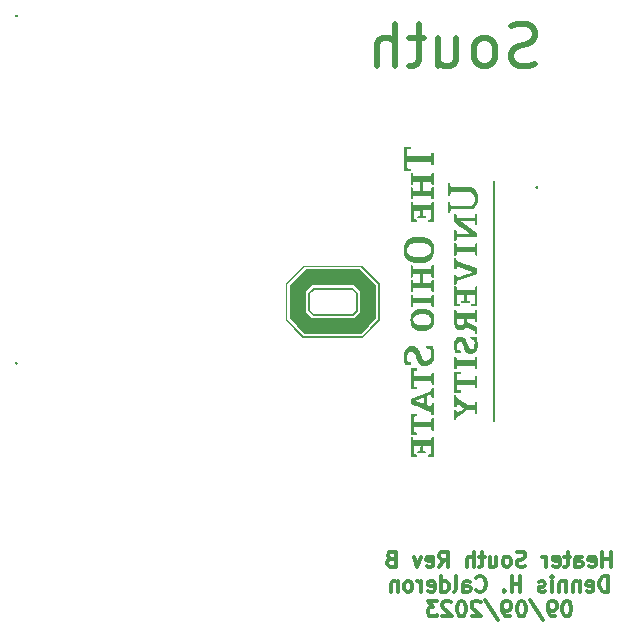
<source format=gbr>
%TF.GenerationSoftware,KiCad,Pcbnew,7.0.7*%
%TF.CreationDate,2023-09-12T23:11:04-05:00*%
%TF.ProjectId,Heater_South,48656174-6572-45f5-936f-7574682e6b69,rev?*%
%TF.SameCoordinates,Original*%
%TF.FileFunction,Legend,Bot*%
%TF.FilePolarity,Positive*%
%FSLAX46Y46*%
G04 Gerber Fmt 4.6, Leading zero omitted, Abs format (unit mm)*
G04 Created by KiCad (PCBNEW 7.0.7) date 2023-09-12 23:11:04*
%MOMM*%
%LPD*%
G01*
G04 APERTURE LIST*
%ADD10C,0.254000*%
%ADD11C,0.500000*%
%ADD12C,0.300000*%
G04 APERTURE END LIST*
D10*
X92600001Y-80150000D02*
G75*
G03*
X92600001Y-80150000I-1J0D01*
G01*
X92610001Y-50750000D02*
G75*
G03*
X92610001Y-50750000I-1J0D01*
G01*
X136652000Y-65278000D02*
G75*
G03*
X136652000Y-65278000I-1J0D01*
G01*
D11*
X136479772Y-54794001D02*
X135979772Y-54960667D01*
X135979772Y-54960667D02*
X135146439Y-54960667D01*
X135146439Y-54960667D02*
X134813105Y-54794001D01*
X134813105Y-54794001D02*
X134646439Y-54627334D01*
X134646439Y-54627334D02*
X134479772Y-54294001D01*
X134479772Y-54294001D02*
X134479772Y-53960667D01*
X134479772Y-53960667D02*
X134646439Y-53627334D01*
X134646439Y-53627334D02*
X134813105Y-53460667D01*
X134813105Y-53460667D02*
X135146439Y-53294001D01*
X135146439Y-53294001D02*
X135813105Y-53127334D01*
X135813105Y-53127334D02*
X136146439Y-52960667D01*
X136146439Y-52960667D02*
X136313105Y-52794001D01*
X136313105Y-52794001D02*
X136479772Y-52460667D01*
X136479772Y-52460667D02*
X136479772Y-52127334D01*
X136479772Y-52127334D02*
X136313105Y-51794001D01*
X136313105Y-51794001D02*
X136146439Y-51627334D01*
X136146439Y-51627334D02*
X135813105Y-51460667D01*
X135813105Y-51460667D02*
X134979772Y-51460667D01*
X134979772Y-51460667D02*
X134479772Y-51627334D01*
X132479772Y-54960667D02*
X132813106Y-54794001D01*
X132813106Y-54794001D02*
X132979772Y-54627334D01*
X132979772Y-54627334D02*
X133146439Y-54294001D01*
X133146439Y-54294001D02*
X133146439Y-53294001D01*
X133146439Y-53294001D02*
X132979772Y-52960667D01*
X132979772Y-52960667D02*
X132813106Y-52794001D01*
X132813106Y-52794001D02*
X132479772Y-52627334D01*
X132479772Y-52627334D02*
X131979772Y-52627334D01*
X131979772Y-52627334D02*
X131646439Y-52794001D01*
X131646439Y-52794001D02*
X131479772Y-52960667D01*
X131479772Y-52960667D02*
X131313106Y-53294001D01*
X131313106Y-53294001D02*
X131313106Y-54294001D01*
X131313106Y-54294001D02*
X131479772Y-54627334D01*
X131479772Y-54627334D02*
X131646439Y-54794001D01*
X131646439Y-54794001D02*
X131979772Y-54960667D01*
X131979772Y-54960667D02*
X132479772Y-54960667D01*
X128313105Y-52627334D02*
X128313105Y-54960667D01*
X129813105Y-52627334D02*
X129813105Y-54460667D01*
X129813105Y-54460667D02*
X129646439Y-54794001D01*
X129646439Y-54794001D02*
X129313105Y-54960667D01*
X129313105Y-54960667D02*
X128813105Y-54960667D01*
X128813105Y-54960667D02*
X128479772Y-54794001D01*
X128479772Y-54794001D02*
X128313105Y-54627334D01*
X127146438Y-52627334D02*
X125813105Y-52627334D01*
X126646438Y-51460667D02*
X126646438Y-54460667D01*
X126646438Y-54460667D02*
X126479772Y-54794001D01*
X126479772Y-54794001D02*
X126146438Y-54960667D01*
X126146438Y-54960667D02*
X125813105Y-54960667D01*
X124646438Y-54960667D02*
X124646438Y-51460667D01*
X123146438Y-54960667D02*
X123146438Y-53127334D01*
X123146438Y-53127334D02*
X123313105Y-52794001D01*
X123313105Y-52794001D02*
X123646438Y-52627334D01*
X123646438Y-52627334D02*
X124146438Y-52627334D01*
X124146438Y-52627334D02*
X124479772Y-52794001D01*
X124479772Y-52794001D02*
X124646438Y-52960667D01*
D12*
X142940475Y-97392804D02*
X142940475Y-96092804D01*
X142940475Y-96711852D02*
X142197618Y-96711852D01*
X142197618Y-97392804D02*
X142197618Y-96092804D01*
X141083332Y-97330900D02*
X141207141Y-97392804D01*
X141207141Y-97392804D02*
X141454760Y-97392804D01*
X141454760Y-97392804D02*
X141578570Y-97330900D01*
X141578570Y-97330900D02*
X141640474Y-97207090D01*
X141640474Y-97207090D02*
X141640474Y-96711852D01*
X141640474Y-96711852D02*
X141578570Y-96588042D01*
X141578570Y-96588042D02*
X141454760Y-96526138D01*
X141454760Y-96526138D02*
X141207141Y-96526138D01*
X141207141Y-96526138D02*
X141083332Y-96588042D01*
X141083332Y-96588042D02*
X141021427Y-96711852D01*
X141021427Y-96711852D02*
X141021427Y-96835661D01*
X141021427Y-96835661D02*
X141640474Y-96959471D01*
X139907141Y-97392804D02*
X139907141Y-96711852D01*
X139907141Y-96711852D02*
X139969046Y-96588042D01*
X139969046Y-96588042D02*
X140092855Y-96526138D01*
X140092855Y-96526138D02*
X140340474Y-96526138D01*
X140340474Y-96526138D02*
X140464284Y-96588042D01*
X139907141Y-97330900D02*
X140030950Y-97392804D01*
X140030950Y-97392804D02*
X140340474Y-97392804D01*
X140340474Y-97392804D02*
X140464284Y-97330900D01*
X140464284Y-97330900D02*
X140526188Y-97207090D01*
X140526188Y-97207090D02*
X140526188Y-97083280D01*
X140526188Y-97083280D02*
X140464284Y-96959471D01*
X140464284Y-96959471D02*
X140340474Y-96897566D01*
X140340474Y-96897566D02*
X140030950Y-96897566D01*
X140030950Y-96897566D02*
X139907141Y-96835661D01*
X139473808Y-96526138D02*
X138978570Y-96526138D01*
X139288094Y-96092804D02*
X139288094Y-97207090D01*
X139288094Y-97207090D02*
X139226189Y-97330900D01*
X139226189Y-97330900D02*
X139102379Y-97392804D01*
X139102379Y-97392804D02*
X138978570Y-97392804D01*
X138049999Y-97330900D02*
X138173808Y-97392804D01*
X138173808Y-97392804D02*
X138421427Y-97392804D01*
X138421427Y-97392804D02*
X138545237Y-97330900D01*
X138545237Y-97330900D02*
X138607141Y-97207090D01*
X138607141Y-97207090D02*
X138607141Y-96711852D01*
X138607141Y-96711852D02*
X138545237Y-96588042D01*
X138545237Y-96588042D02*
X138421427Y-96526138D01*
X138421427Y-96526138D02*
X138173808Y-96526138D01*
X138173808Y-96526138D02*
X138049999Y-96588042D01*
X138049999Y-96588042D02*
X137988094Y-96711852D01*
X137988094Y-96711852D02*
X137988094Y-96835661D01*
X137988094Y-96835661D02*
X138607141Y-96959471D01*
X137430951Y-97392804D02*
X137430951Y-96526138D01*
X137430951Y-96773757D02*
X137369046Y-96649947D01*
X137369046Y-96649947D02*
X137307141Y-96588042D01*
X137307141Y-96588042D02*
X137183332Y-96526138D01*
X137183332Y-96526138D02*
X137059522Y-96526138D01*
X135697617Y-97330900D02*
X135511903Y-97392804D01*
X135511903Y-97392804D02*
X135202379Y-97392804D01*
X135202379Y-97392804D02*
X135078570Y-97330900D01*
X135078570Y-97330900D02*
X135016665Y-97268995D01*
X135016665Y-97268995D02*
X134954760Y-97145185D01*
X134954760Y-97145185D02*
X134954760Y-97021376D01*
X134954760Y-97021376D02*
X135016665Y-96897566D01*
X135016665Y-96897566D02*
X135078570Y-96835661D01*
X135078570Y-96835661D02*
X135202379Y-96773757D01*
X135202379Y-96773757D02*
X135449998Y-96711852D01*
X135449998Y-96711852D02*
X135573808Y-96649947D01*
X135573808Y-96649947D02*
X135635713Y-96588042D01*
X135635713Y-96588042D02*
X135697617Y-96464233D01*
X135697617Y-96464233D02*
X135697617Y-96340423D01*
X135697617Y-96340423D02*
X135635713Y-96216614D01*
X135635713Y-96216614D02*
X135573808Y-96154709D01*
X135573808Y-96154709D02*
X135449998Y-96092804D01*
X135449998Y-96092804D02*
X135140475Y-96092804D01*
X135140475Y-96092804D02*
X134954760Y-96154709D01*
X134211903Y-97392804D02*
X134335713Y-97330900D01*
X134335713Y-97330900D02*
X134397618Y-97268995D01*
X134397618Y-97268995D02*
X134459522Y-97145185D01*
X134459522Y-97145185D02*
X134459522Y-96773757D01*
X134459522Y-96773757D02*
X134397618Y-96649947D01*
X134397618Y-96649947D02*
X134335713Y-96588042D01*
X134335713Y-96588042D02*
X134211903Y-96526138D01*
X134211903Y-96526138D02*
X134026189Y-96526138D01*
X134026189Y-96526138D02*
X133902380Y-96588042D01*
X133902380Y-96588042D02*
X133840475Y-96649947D01*
X133840475Y-96649947D02*
X133778570Y-96773757D01*
X133778570Y-96773757D02*
X133778570Y-97145185D01*
X133778570Y-97145185D02*
X133840475Y-97268995D01*
X133840475Y-97268995D02*
X133902380Y-97330900D01*
X133902380Y-97330900D02*
X134026189Y-97392804D01*
X134026189Y-97392804D02*
X134211903Y-97392804D01*
X132664285Y-96526138D02*
X132664285Y-97392804D01*
X133221428Y-96526138D02*
X133221428Y-97207090D01*
X133221428Y-97207090D02*
X133159523Y-97330900D01*
X133159523Y-97330900D02*
X133035713Y-97392804D01*
X133035713Y-97392804D02*
X132849999Y-97392804D01*
X132849999Y-97392804D02*
X132726190Y-97330900D01*
X132726190Y-97330900D02*
X132664285Y-97268995D01*
X132230952Y-96526138D02*
X131735714Y-96526138D01*
X132045238Y-96092804D02*
X132045238Y-97207090D01*
X132045238Y-97207090D02*
X131983333Y-97330900D01*
X131983333Y-97330900D02*
X131859523Y-97392804D01*
X131859523Y-97392804D02*
X131735714Y-97392804D01*
X131302381Y-97392804D02*
X131302381Y-96092804D01*
X130745238Y-97392804D02*
X130745238Y-96711852D01*
X130745238Y-96711852D02*
X130807143Y-96588042D01*
X130807143Y-96588042D02*
X130930952Y-96526138D01*
X130930952Y-96526138D02*
X131116666Y-96526138D01*
X131116666Y-96526138D02*
X131240476Y-96588042D01*
X131240476Y-96588042D02*
X131302381Y-96649947D01*
X128392858Y-97392804D02*
X128826191Y-96773757D01*
X129135715Y-97392804D02*
X129135715Y-96092804D01*
X129135715Y-96092804D02*
X128640477Y-96092804D01*
X128640477Y-96092804D02*
X128516667Y-96154709D01*
X128516667Y-96154709D02*
X128454762Y-96216614D01*
X128454762Y-96216614D02*
X128392858Y-96340423D01*
X128392858Y-96340423D02*
X128392858Y-96526138D01*
X128392858Y-96526138D02*
X128454762Y-96649947D01*
X128454762Y-96649947D02*
X128516667Y-96711852D01*
X128516667Y-96711852D02*
X128640477Y-96773757D01*
X128640477Y-96773757D02*
X129135715Y-96773757D01*
X127340477Y-97330900D02*
X127464286Y-97392804D01*
X127464286Y-97392804D02*
X127711905Y-97392804D01*
X127711905Y-97392804D02*
X127835715Y-97330900D01*
X127835715Y-97330900D02*
X127897619Y-97207090D01*
X127897619Y-97207090D02*
X127897619Y-96711852D01*
X127897619Y-96711852D02*
X127835715Y-96588042D01*
X127835715Y-96588042D02*
X127711905Y-96526138D01*
X127711905Y-96526138D02*
X127464286Y-96526138D01*
X127464286Y-96526138D02*
X127340477Y-96588042D01*
X127340477Y-96588042D02*
X127278572Y-96711852D01*
X127278572Y-96711852D02*
X127278572Y-96835661D01*
X127278572Y-96835661D02*
X127897619Y-96959471D01*
X126845238Y-96526138D02*
X126535714Y-97392804D01*
X126535714Y-97392804D02*
X126226191Y-96526138D01*
X124307143Y-96711852D02*
X124121429Y-96773757D01*
X124121429Y-96773757D02*
X124059524Y-96835661D01*
X124059524Y-96835661D02*
X123997620Y-96959471D01*
X123997620Y-96959471D02*
X123997620Y-97145185D01*
X123997620Y-97145185D02*
X124059524Y-97268995D01*
X124059524Y-97268995D02*
X124121429Y-97330900D01*
X124121429Y-97330900D02*
X124245239Y-97392804D01*
X124245239Y-97392804D02*
X124740477Y-97392804D01*
X124740477Y-97392804D02*
X124740477Y-96092804D01*
X124740477Y-96092804D02*
X124307143Y-96092804D01*
X124307143Y-96092804D02*
X124183334Y-96154709D01*
X124183334Y-96154709D02*
X124121429Y-96216614D01*
X124121429Y-96216614D02*
X124059524Y-96340423D01*
X124059524Y-96340423D02*
X124059524Y-96464233D01*
X124059524Y-96464233D02*
X124121429Y-96588042D01*
X124121429Y-96588042D02*
X124183334Y-96649947D01*
X124183334Y-96649947D02*
X124307143Y-96711852D01*
X124307143Y-96711852D02*
X124740477Y-96711852D01*
X142692856Y-99485804D02*
X142692856Y-98185804D01*
X142692856Y-98185804D02*
X142383332Y-98185804D01*
X142383332Y-98185804D02*
X142197618Y-98247709D01*
X142197618Y-98247709D02*
X142073808Y-98371519D01*
X142073808Y-98371519D02*
X142011903Y-98495328D01*
X142011903Y-98495328D02*
X141949999Y-98742947D01*
X141949999Y-98742947D02*
X141949999Y-98928661D01*
X141949999Y-98928661D02*
X142011903Y-99176280D01*
X142011903Y-99176280D02*
X142073808Y-99300090D01*
X142073808Y-99300090D02*
X142197618Y-99423900D01*
X142197618Y-99423900D02*
X142383332Y-99485804D01*
X142383332Y-99485804D02*
X142692856Y-99485804D01*
X140897618Y-99423900D02*
X141021427Y-99485804D01*
X141021427Y-99485804D02*
X141269046Y-99485804D01*
X141269046Y-99485804D02*
X141392856Y-99423900D01*
X141392856Y-99423900D02*
X141454760Y-99300090D01*
X141454760Y-99300090D02*
X141454760Y-98804852D01*
X141454760Y-98804852D02*
X141392856Y-98681042D01*
X141392856Y-98681042D02*
X141269046Y-98619138D01*
X141269046Y-98619138D02*
X141021427Y-98619138D01*
X141021427Y-98619138D02*
X140897618Y-98681042D01*
X140897618Y-98681042D02*
X140835713Y-98804852D01*
X140835713Y-98804852D02*
X140835713Y-98928661D01*
X140835713Y-98928661D02*
X141454760Y-99052471D01*
X140278570Y-98619138D02*
X140278570Y-99485804D01*
X140278570Y-98742947D02*
X140216665Y-98681042D01*
X140216665Y-98681042D02*
X140092855Y-98619138D01*
X140092855Y-98619138D02*
X139907141Y-98619138D01*
X139907141Y-98619138D02*
X139783332Y-98681042D01*
X139783332Y-98681042D02*
X139721427Y-98804852D01*
X139721427Y-98804852D02*
X139721427Y-99485804D01*
X139102380Y-98619138D02*
X139102380Y-99485804D01*
X139102380Y-98742947D02*
X139040475Y-98681042D01*
X139040475Y-98681042D02*
X138916665Y-98619138D01*
X138916665Y-98619138D02*
X138730951Y-98619138D01*
X138730951Y-98619138D02*
X138607142Y-98681042D01*
X138607142Y-98681042D02*
X138545237Y-98804852D01*
X138545237Y-98804852D02*
X138545237Y-99485804D01*
X137926190Y-99485804D02*
X137926190Y-98619138D01*
X137926190Y-98185804D02*
X137988094Y-98247709D01*
X137988094Y-98247709D02*
X137926190Y-98309614D01*
X137926190Y-98309614D02*
X137864285Y-98247709D01*
X137864285Y-98247709D02*
X137926190Y-98185804D01*
X137926190Y-98185804D02*
X137926190Y-98309614D01*
X137369046Y-99423900D02*
X137245237Y-99485804D01*
X137245237Y-99485804D02*
X136997618Y-99485804D01*
X136997618Y-99485804D02*
X136873808Y-99423900D01*
X136873808Y-99423900D02*
X136811904Y-99300090D01*
X136811904Y-99300090D02*
X136811904Y-99238185D01*
X136811904Y-99238185D02*
X136873808Y-99114376D01*
X136873808Y-99114376D02*
X136997618Y-99052471D01*
X136997618Y-99052471D02*
X137183332Y-99052471D01*
X137183332Y-99052471D02*
X137307142Y-98990566D01*
X137307142Y-98990566D02*
X137369046Y-98866757D01*
X137369046Y-98866757D02*
X137369046Y-98804852D01*
X137369046Y-98804852D02*
X137307142Y-98681042D01*
X137307142Y-98681042D02*
X137183332Y-98619138D01*
X137183332Y-98619138D02*
X136997618Y-98619138D01*
X136997618Y-98619138D02*
X136873808Y-98681042D01*
X135264285Y-99485804D02*
X135264285Y-98185804D01*
X135264285Y-98804852D02*
X134521428Y-98804852D01*
X134521428Y-99485804D02*
X134521428Y-98185804D01*
X133902380Y-99361995D02*
X133840475Y-99423900D01*
X133840475Y-99423900D02*
X133902380Y-99485804D01*
X133902380Y-99485804D02*
X133964284Y-99423900D01*
X133964284Y-99423900D02*
X133902380Y-99361995D01*
X133902380Y-99361995D02*
X133902380Y-99485804D01*
X131549999Y-99361995D02*
X131611903Y-99423900D01*
X131611903Y-99423900D02*
X131797618Y-99485804D01*
X131797618Y-99485804D02*
X131921427Y-99485804D01*
X131921427Y-99485804D02*
X132107141Y-99423900D01*
X132107141Y-99423900D02*
X132230951Y-99300090D01*
X132230951Y-99300090D02*
X132292856Y-99176280D01*
X132292856Y-99176280D02*
X132354760Y-98928661D01*
X132354760Y-98928661D02*
X132354760Y-98742947D01*
X132354760Y-98742947D02*
X132292856Y-98495328D01*
X132292856Y-98495328D02*
X132230951Y-98371519D01*
X132230951Y-98371519D02*
X132107141Y-98247709D01*
X132107141Y-98247709D02*
X131921427Y-98185804D01*
X131921427Y-98185804D02*
X131797618Y-98185804D01*
X131797618Y-98185804D02*
X131611903Y-98247709D01*
X131611903Y-98247709D02*
X131549999Y-98309614D01*
X130435713Y-99485804D02*
X130435713Y-98804852D01*
X130435713Y-98804852D02*
X130497618Y-98681042D01*
X130497618Y-98681042D02*
X130621427Y-98619138D01*
X130621427Y-98619138D02*
X130869046Y-98619138D01*
X130869046Y-98619138D02*
X130992856Y-98681042D01*
X130435713Y-99423900D02*
X130559522Y-99485804D01*
X130559522Y-99485804D02*
X130869046Y-99485804D01*
X130869046Y-99485804D02*
X130992856Y-99423900D01*
X130992856Y-99423900D02*
X131054760Y-99300090D01*
X131054760Y-99300090D02*
X131054760Y-99176280D01*
X131054760Y-99176280D02*
X130992856Y-99052471D01*
X130992856Y-99052471D02*
X130869046Y-98990566D01*
X130869046Y-98990566D02*
X130559522Y-98990566D01*
X130559522Y-98990566D02*
X130435713Y-98928661D01*
X129630951Y-99485804D02*
X129754761Y-99423900D01*
X129754761Y-99423900D02*
X129816666Y-99300090D01*
X129816666Y-99300090D02*
X129816666Y-98185804D01*
X128578571Y-99485804D02*
X128578571Y-98185804D01*
X128578571Y-99423900D02*
X128702380Y-99485804D01*
X128702380Y-99485804D02*
X128949999Y-99485804D01*
X128949999Y-99485804D02*
X129073809Y-99423900D01*
X129073809Y-99423900D02*
X129135714Y-99361995D01*
X129135714Y-99361995D02*
X129197618Y-99238185D01*
X129197618Y-99238185D02*
X129197618Y-98866757D01*
X129197618Y-98866757D02*
X129135714Y-98742947D01*
X129135714Y-98742947D02*
X129073809Y-98681042D01*
X129073809Y-98681042D02*
X128949999Y-98619138D01*
X128949999Y-98619138D02*
X128702380Y-98619138D01*
X128702380Y-98619138D02*
X128578571Y-98681042D01*
X127464286Y-99423900D02*
X127588095Y-99485804D01*
X127588095Y-99485804D02*
X127835714Y-99485804D01*
X127835714Y-99485804D02*
X127959524Y-99423900D01*
X127959524Y-99423900D02*
X128021428Y-99300090D01*
X128021428Y-99300090D02*
X128021428Y-98804852D01*
X128021428Y-98804852D02*
X127959524Y-98681042D01*
X127959524Y-98681042D02*
X127835714Y-98619138D01*
X127835714Y-98619138D02*
X127588095Y-98619138D01*
X127588095Y-98619138D02*
X127464286Y-98681042D01*
X127464286Y-98681042D02*
X127402381Y-98804852D01*
X127402381Y-98804852D02*
X127402381Y-98928661D01*
X127402381Y-98928661D02*
X128021428Y-99052471D01*
X126845238Y-99485804D02*
X126845238Y-98619138D01*
X126845238Y-98866757D02*
X126783333Y-98742947D01*
X126783333Y-98742947D02*
X126721428Y-98681042D01*
X126721428Y-98681042D02*
X126597619Y-98619138D01*
X126597619Y-98619138D02*
X126473809Y-98619138D01*
X125854761Y-99485804D02*
X125978571Y-99423900D01*
X125978571Y-99423900D02*
X126040476Y-99361995D01*
X126040476Y-99361995D02*
X126102380Y-99238185D01*
X126102380Y-99238185D02*
X126102380Y-98866757D01*
X126102380Y-98866757D02*
X126040476Y-98742947D01*
X126040476Y-98742947D02*
X125978571Y-98681042D01*
X125978571Y-98681042D02*
X125854761Y-98619138D01*
X125854761Y-98619138D02*
X125669047Y-98619138D01*
X125669047Y-98619138D02*
X125545238Y-98681042D01*
X125545238Y-98681042D02*
X125483333Y-98742947D01*
X125483333Y-98742947D02*
X125421428Y-98866757D01*
X125421428Y-98866757D02*
X125421428Y-99238185D01*
X125421428Y-99238185D02*
X125483333Y-99361995D01*
X125483333Y-99361995D02*
X125545238Y-99423900D01*
X125545238Y-99423900D02*
X125669047Y-99485804D01*
X125669047Y-99485804D02*
X125854761Y-99485804D01*
X124864286Y-98619138D02*
X124864286Y-99485804D01*
X124864286Y-98742947D02*
X124802381Y-98681042D01*
X124802381Y-98681042D02*
X124678571Y-98619138D01*
X124678571Y-98619138D02*
X124492857Y-98619138D01*
X124492857Y-98619138D02*
X124369048Y-98681042D01*
X124369048Y-98681042D02*
X124307143Y-98804852D01*
X124307143Y-98804852D02*
X124307143Y-99485804D01*
X139257142Y-100278804D02*
X139133332Y-100278804D01*
X139133332Y-100278804D02*
X139009523Y-100340709D01*
X139009523Y-100340709D02*
X138947618Y-100402614D01*
X138947618Y-100402614D02*
X138885713Y-100526423D01*
X138885713Y-100526423D02*
X138823808Y-100774042D01*
X138823808Y-100774042D02*
X138823808Y-101083566D01*
X138823808Y-101083566D02*
X138885713Y-101331185D01*
X138885713Y-101331185D02*
X138947618Y-101454995D01*
X138947618Y-101454995D02*
X139009523Y-101516900D01*
X139009523Y-101516900D02*
X139133332Y-101578804D01*
X139133332Y-101578804D02*
X139257142Y-101578804D01*
X139257142Y-101578804D02*
X139380951Y-101516900D01*
X139380951Y-101516900D02*
X139442856Y-101454995D01*
X139442856Y-101454995D02*
X139504761Y-101331185D01*
X139504761Y-101331185D02*
X139566665Y-101083566D01*
X139566665Y-101083566D02*
X139566665Y-100774042D01*
X139566665Y-100774042D02*
X139504761Y-100526423D01*
X139504761Y-100526423D02*
X139442856Y-100402614D01*
X139442856Y-100402614D02*
X139380951Y-100340709D01*
X139380951Y-100340709D02*
X139257142Y-100278804D01*
X138204761Y-101578804D02*
X137957142Y-101578804D01*
X137957142Y-101578804D02*
X137833332Y-101516900D01*
X137833332Y-101516900D02*
X137771428Y-101454995D01*
X137771428Y-101454995D02*
X137647618Y-101269280D01*
X137647618Y-101269280D02*
X137585713Y-101021661D01*
X137585713Y-101021661D02*
X137585713Y-100526423D01*
X137585713Y-100526423D02*
X137647618Y-100402614D01*
X137647618Y-100402614D02*
X137709523Y-100340709D01*
X137709523Y-100340709D02*
X137833332Y-100278804D01*
X137833332Y-100278804D02*
X138080951Y-100278804D01*
X138080951Y-100278804D02*
X138204761Y-100340709D01*
X138204761Y-100340709D02*
X138266666Y-100402614D01*
X138266666Y-100402614D02*
X138328570Y-100526423D01*
X138328570Y-100526423D02*
X138328570Y-100835947D01*
X138328570Y-100835947D02*
X138266666Y-100959757D01*
X138266666Y-100959757D02*
X138204761Y-101021661D01*
X138204761Y-101021661D02*
X138080951Y-101083566D01*
X138080951Y-101083566D02*
X137833332Y-101083566D01*
X137833332Y-101083566D02*
X137709523Y-101021661D01*
X137709523Y-101021661D02*
X137647618Y-100959757D01*
X137647618Y-100959757D02*
X137585713Y-100835947D01*
X136099999Y-100216900D02*
X137214285Y-101888328D01*
X135419047Y-100278804D02*
X135295237Y-100278804D01*
X135295237Y-100278804D02*
X135171428Y-100340709D01*
X135171428Y-100340709D02*
X135109523Y-100402614D01*
X135109523Y-100402614D02*
X135047618Y-100526423D01*
X135047618Y-100526423D02*
X134985713Y-100774042D01*
X134985713Y-100774042D02*
X134985713Y-101083566D01*
X134985713Y-101083566D02*
X135047618Y-101331185D01*
X135047618Y-101331185D02*
X135109523Y-101454995D01*
X135109523Y-101454995D02*
X135171428Y-101516900D01*
X135171428Y-101516900D02*
X135295237Y-101578804D01*
X135295237Y-101578804D02*
X135419047Y-101578804D01*
X135419047Y-101578804D02*
X135542856Y-101516900D01*
X135542856Y-101516900D02*
X135604761Y-101454995D01*
X135604761Y-101454995D02*
X135666666Y-101331185D01*
X135666666Y-101331185D02*
X135728570Y-101083566D01*
X135728570Y-101083566D02*
X135728570Y-100774042D01*
X135728570Y-100774042D02*
X135666666Y-100526423D01*
X135666666Y-100526423D02*
X135604761Y-100402614D01*
X135604761Y-100402614D02*
X135542856Y-100340709D01*
X135542856Y-100340709D02*
X135419047Y-100278804D01*
X134366666Y-101578804D02*
X134119047Y-101578804D01*
X134119047Y-101578804D02*
X133995237Y-101516900D01*
X133995237Y-101516900D02*
X133933333Y-101454995D01*
X133933333Y-101454995D02*
X133809523Y-101269280D01*
X133809523Y-101269280D02*
X133747618Y-101021661D01*
X133747618Y-101021661D02*
X133747618Y-100526423D01*
X133747618Y-100526423D02*
X133809523Y-100402614D01*
X133809523Y-100402614D02*
X133871428Y-100340709D01*
X133871428Y-100340709D02*
X133995237Y-100278804D01*
X133995237Y-100278804D02*
X134242856Y-100278804D01*
X134242856Y-100278804D02*
X134366666Y-100340709D01*
X134366666Y-100340709D02*
X134428571Y-100402614D01*
X134428571Y-100402614D02*
X134490475Y-100526423D01*
X134490475Y-100526423D02*
X134490475Y-100835947D01*
X134490475Y-100835947D02*
X134428571Y-100959757D01*
X134428571Y-100959757D02*
X134366666Y-101021661D01*
X134366666Y-101021661D02*
X134242856Y-101083566D01*
X134242856Y-101083566D02*
X133995237Y-101083566D01*
X133995237Y-101083566D02*
X133871428Y-101021661D01*
X133871428Y-101021661D02*
X133809523Y-100959757D01*
X133809523Y-100959757D02*
X133747618Y-100835947D01*
X132261904Y-100216900D02*
X133376190Y-101888328D01*
X131890475Y-100402614D02*
X131828571Y-100340709D01*
X131828571Y-100340709D02*
X131704761Y-100278804D01*
X131704761Y-100278804D02*
X131395237Y-100278804D01*
X131395237Y-100278804D02*
X131271428Y-100340709D01*
X131271428Y-100340709D02*
X131209523Y-100402614D01*
X131209523Y-100402614D02*
X131147618Y-100526423D01*
X131147618Y-100526423D02*
X131147618Y-100650233D01*
X131147618Y-100650233D02*
X131209523Y-100835947D01*
X131209523Y-100835947D02*
X131952380Y-101578804D01*
X131952380Y-101578804D02*
X131147618Y-101578804D01*
X130342857Y-100278804D02*
X130219047Y-100278804D01*
X130219047Y-100278804D02*
X130095238Y-100340709D01*
X130095238Y-100340709D02*
X130033333Y-100402614D01*
X130033333Y-100402614D02*
X129971428Y-100526423D01*
X129971428Y-100526423D02*
X129909523Y-100774042D01*
X129909523Y-100774042D02*
X129909523Y-101083566D01*
X129909523Y-101083566D02*
X129971428Y-101331185D01*
X129971428Y-101331185D02*
X130033333Y-101454995D01*
X130033333Y-101454995D02*
X130095238Y-101516900D01*
X130095238Y-101516900D02*
X130219047Y-101578804D01*
X130219047Y-101578804D02*
X130342857Y-101578804D01*
X130342857Y-101578804D02*
X130466666Y-101516900D01*
X130466666Y-101516900D02*
X130528571Y-101454995D01*
X130528571Y-101454995D02*
X130590476Y-101331185D01*
X130590476Y-101331185D02*
X130652380Y-101083566D01*
X130652380Y-101083566D02*
X130652380Y-100774042D01*
X130652380Y-100774042D02*
X130590476Y-100526423D01*
X130590476Y-100526423D02*
X130528571Y-100402614D01*
X130528571Y-100402614D02*
X130466666Y-100340709D01*
X130466666Y-100340709D02*
X130342857Y-100278804D01*
X129414285Y-100402614D02*
X129352381Y-100340709D01*
X129352381Y-100340709D02*
X129228571Y-100278804D01*
X129228571Y-100278804D02*
X128919047Y-100278804D01*
X128919047Y-100278804D02*
X128795238Y-100340709D01*
X128795238Y-100340709D02*
X128733333Y-100402614D01*
X128733333Y-100402614D02*
X128671428Y-100526423D01*
X128671428Y-100526423D02*
X128671428Y-100650233D01*
X128671428Y-100650233D02*
X128733333Y-100835947D01*
X128733333Y-100835947D02*
X129476190Y-101578804D01*
X129476190Y-101578804D02*
X128671428Y-101578804D01*
X128238095Y-100278804D02*
X127433333Y-100278804D01*
X127433333Y-100278804D02*
X127866667Y-100774042D01*
X127866667Y-100774042D02*
X127680952Y-100774042D01*
X127680952Y-100774042D02*
X127557143Y-100835947D01*
X127557143Y-100835947D02*
X127495238Y-100897852D01*
X127495238Y-100897852D02*
X127433333Y-101021661D01*
X127433333Y-101021661D02*
X127433333Y-101331185D01*
X127433333Y-101331185D02*
X127495238Y-101454995D01*
X127495238Y-101454995D02*
X127557143Y-101516900D01*
X127557143Y-101516900D02*
X127680952Y-101578804D01*
X127680952Y-101578804D02*
X128052381Y-101578804D01*
X128052381Y-101578804D02*
X128176190Y-101516900D01*
X128176190Y-101516900D02*
X128238095Y-101454995D01*
%TO.C,G\u002A\u002A\u002A*%
G36*
X133135078Y-85129535D02*
G01*
X132987403Y-85129535D01*
X132987403Y-64750465D01*
X133135078Y-64750465D01*
X133135078Y-85129535D01*
G37*
G36*
X126514341Y-84630929D02*
G01*
X126366667Y-84647636D01*
X126218992Y-84664344D01*
X126218992Y-85104923D01*
X127717904Y-85104923D01*
X127734612Y-84957248D01*
X127751319Y-84809574D01*
X127941860Y-84809574D01*
X127941860Y-85843295D01*
X127751319Y-85843295D01*
X127734612Y-85695620D01*
X127717904Y-85547946D01*
X126218992Y-85547946D01*
X126218992Y-85988525D01*
X126366667Y-86005232D01*
X126514341Y-86021940D01*
X126514341Y-86212481D01*
X125972868Y-86212481D01*
X125972868Y-84440388D01*
X126514341Y-84440388D01*
X126514341Y-84630929D01*
G37*
G36*
X129873934Y-70140582D02*
G01*
X129891074Y-70288256D01*
X131409193Y-70288256D01*
X131424845Y-70171347D01*
X131432175Y-70118553D01*
X131445830Y-70047933D01*
X131464732Y-70010408D01*
X131496014Y-69995543D01*
X131546805Y-69992907D01*
X131633721Y-69992907D01*
X131633721Y-71029600D01*
X131541424Y-71021961D01*
X131530434Y-71021041D01*
X131482985Y-71014001D01*
X131456310Y-70995139D01*
X131441058Y-70952168D01*
X131427875Y-70872801D01*
X131406622Y-70731279D01*
X129891074Y-70731279D01*
X129873934Y-70878954D01*
X129856795Y-71026628D01*
X129664729Y-71026628D01*
X129664729Y-69992907D01*
X129856795Y-69992907D01*
X129873934Y-70140582D01*
G37*
G36*
X121160340Y-72183411D02*
G01*
X121726899Y-72183411D01*
X123068605Y-73524451D01*
X123068605Y-76353114D01*
X122410830Y-77012545D01*
X121753056Y-77671977D01*
X117051208Y-77671977D01*
X116392658Y-77013766D01*
X115734109Y-76355555D01*
X115734109Y-75789968D01*
X117087791Y-75789968D01*
X117352776Y-76054131D01*
X117617761Y-76318295D01*
X121186635Y-76318295D01*
X121438473Y-76065597D01*
X121690310Y-75812900D01*
X121690310Y-74065420D01*
X121425325Y-73801257D01*
X121160340Y-73537093D01*
X117640767Y-73537093D01*
X117364279Y-73814368D01*
X117087791Y-74091642D01*
X117087791Y-75789968D01*
X115734109Y-75789968D01*
X115734109Y-73525117D01*
X117075149Y-72183411D01*
X121160340Y-72183411D01*
G37*
G36*
X121036757Y-73758605D02*
G01*
X121086278Y-73758605D01*
X121289844Y-73961114D01*
X121493411Y-74163623D01*
X121493411Y-75718865D01*
X121081015Y-76121395D01*
X117721699Y-76121395D01*
X117515500Y-75920130D01*
X117309302Y-75718865D01*
X117309302Y-75642774D01*
X117432364Y-75642774D01*
X117599116Y-75808247D01*
X117765867Y-75973721D01*
X121039503Y-75973721D01*
X121192620Y-75819231D01*
X121345736Y-75664742D01*
X121345736Y-74212512D01*
X121191247Y-74059396D01*
X121036757Y-73906279D01*
X117763312Y-73906279D01*
X117597838Y-74073031D01*
X117432364Y-74239782D01*
X117432364Y-75642774D01*
X117309302Y-75642774D01*
X117309302Y-74165738D01*
X117511811Y-73962171D01*
X117714320Y-73758605D01*
X121036757Y-73758605D01*
G37*
G36*
X119376593Y-71888986D02*
G01*
X121800758Y-71889884D01*
X121874903Y-71889911D01*
X122631734Y-72630185D01*
X123388566Y-73370460D01*
X123388566Y-76477982D01*
X122631883Y-77234960D01*
X121875201Y-77991938D01*
X116890379Y-77991938D01*
X116139957Y-77250103D01*
X115389535Y-76508269D01*
X115389535Y-76453981D01*
X115537209Y-76453981D01*
X116249042Y-77165496D01*
X116960874Y-77877011D01*
X121825678Y-77843761D01*
X122533285Y-77136565D01*
X123240891Y-76429369D01*
X123240891Y-73450637D01*
X122520825Y-72730881D01*
X121800758Y-72011124D01*
X116952104Y-72011124D01*
X116244657Y-72718887D01*
X115537209Y-73426650D01*
X115537209Y-76453981D01*
X115389535Y-76453981D01*
X115389535Y-73377410D01*
X116878283Y-71888062D01*
X119376593Y-71888986D01*
G37*
G36*
X130206202Y-81063655D02*
G01*
X130058527Y-81080795D01*
X129910853Y-81097934D01*
X129910853Y-81536124D01*
X131406622Y-81536124D01*
X131427875Y-81394603D01*
X131430412Y-81377753D01*
X131443285Y-81305553D01*
X131459842Y-81267625D01*
X131489437Y-81251684D01*
X131541424Y-81245443D01*
X131633721Y-81237804D01*
X131633721Y-82277468D01*
X131541424Y-82269829D01*
X131530434Y-82268909D01*
X131482985Y-82261869D01*
X131456310Y-82243007D01*
X131441058Y-82200036D01*
X131427875Y-82120669D01*
X131406622Y-81979147D01*
X129910853Y-81979147D01*
X129910853Y-82419726D01*
X130058527Y-82436434D01*
X130206202Y-82453141D01*
X130206202Y-82643682D01*
X129664729Y-82643682D01*
X129664729Y-80871589D01*
X130206202Y-80871589D01*
X130206202Y-81063655D01*
G37*
G36*
X131633721Y-80653049D02*
G01*
X131541424Y-80645410D01*
X131530046Y-80644457D01*
X131482804Y-80637398D01*
X131456234Y-80618464D01*
X131441014Y-80575387D01*
X131427823Y-80495899D01*
X131406517Y-80354026D01*
X130652532Y-80360530D01*
X129898547Y-80367035D01*
X129876104Y-80508556D01*
X129853661Y-80650078D01*
X129663730Y-80650078D01*
X129670382Y-80139370D01*
X129677035Y-79628663D01*
X129763178Y-79628663D01*
X129773229Y-79628674D01*
X129817638Y-79631825D01*
X129842767Y-79648688D01*
X129857464Y-79690922D01*
X129870575Y-79770184D01*
X129891828Y-79911706D01*
X131409193Y-79911706D01*
X131424845Y-79794797D01*
X131432175Y-79742003D01*
X131445830Y-79671383D01*
X131464732Y-79633857D01*
X131496014Y-79618993D01*
X131546805Y-79616357D01*
X131633721Y-79616357D01*
X131633721Y-80653049D01*
G37*
G36*
X127941860Y-75358411D02*
G01*
X127751818Y-75358411D01*
X127737173Y-75234763D01*
X127731308Y-75191299D01*
X127719005Y-75124009D01*
X127707680Y-75087088D01*
X127684421Y-75080778D01*
X127614831Y-75074692D01*
X127502599Y-75069768D01*
X127351203Y-75066116D01*
X127164120Y-75063844D01*
X126944828Y-75063062D01*
X126196824Y-75063062D01*
X126180117Y-75210737D01*
X126163409Y-75358411D01*
X125972868Y-75358411D01*
X125972868Y-74321719D01*
X126065165Y-74329357D01*
X126076155Y-74330278D01*
X126123605Y-74337317D01*
X126150279Y-74356179D01*
X126165531Y-74399150D01*
X126178714Y-74478518D01*
X126199967Y-74620039D01*
X127714761Y-74620039D01*
X127736014Y-74478518D01*
X127738552Y-74461668D01*
X127751424Y-74389467D01*
X127767981Y-74351540D01*
X127797577Y-74335599D01*
X127849564Y-74329357D01*
X127941860Y-74321719D01*
X127941860Y-75358411D01*
G37*
G36*
X126514341Y-80648962D02*
G01*
X126514195Y-80671908D01*
X126507707Y-80723875D01*
X126481534Y-80748095D01*
X126422045Y-80761136D01*
X126362490Y-80770430D01*
X126287072Y-80784450D01*
X126243923Y-80804353D01*
X126224133Y-80840946D01*
X126218793Y-80905035D01*
X126218992Y-81007426D01*
X126218992Y-81216163D01*
X127716807Y-81216163D01*
X127733720Y-81080795D01*
X127750633Y-80945426D01*
X127941860Y-80945426D01*
X127941860Y-81954535D01*
X127750633Y-81954535D01*
X127716807Y-81683799D01*
X126218992Y-81683799D01*
X126218992Y-81893776D01*
X126218950Y-81943133D01*
X126221052Y-82030299D01*
X126232372Y-82083042D01*
X126260489Y-82111767D01*
X126312983Y-82126884D01*
X126397432Y-82138799D01*
X126514341Y-82154450D01*
X126514341Y-82348333D01*
X125972868Y-82348333D01*
X125972868Y-80551628D01*
X126514341Y-80551628D01*
X126514341Y-80648962D01*
G37*
G36*
X126065165Y-86389435D02*
G01*
X126076155Y-86390355D01*
X126123605Y-86397394D01*
X126150279Y-86416256D01*
X126165531Y-86459228D01*
X126178714Y-86538595D01*
X126199967Y-86680116D01*
X127717904Y-86680116D01*
X127734612Y-86532442D01*
X127751319Y-86384768D01*
X127941860Y-86384768D01*
X127941860Y-88083023D01*
X127425000Y-88083023D01*
X127425000Y-87889879D01*
X127554215Y-87869339D01*
X127683430Y-87848798D01*
X127697052Y-87123140D01*
X127031202Y-87123140D01*
X127031202Y-87584434D01*
X127154264Y-87600758D01*
X127216688Y-87610040D01*
X127258754Y-87624361D01*
X127274777Y-87651681D01*
X127277326Y-87702379D01*
X127277326Y-87787675D01*
X126538953Y-87787675D01*
X126538953Y-87704993D01*
X126540891Y-87660857D01*
X126554951Y-87631679D01*
X126593317Y-87614810D01*
X126668169Y-87600390D01*
X126797384Y-87578469D01*
X126804460Y-87350804D01*
X126811537Y-87123140D01*
X126217676Y-87123140D01*
X126231298Y-87848798D01*
X126360514Y-87869339D01*
X126489729Y-87889879D01*
X126489729Y-88083023D01*
X125972868Y-88083023D01*
X125972868Y-86381796D01*
X126065165Y-86389435D01*
G37*
G36*
X127941860Y-68171589D02*
G01*
X127425000Y-68171589D01*
X127425000Y-67978232D01*
X127695736Y-67944406D01*
X127695736Y-67211706D01*
X127031202Y-67211706D01*
X127031202Y-67674722D01*
X127154264Y-67691647D01*
X127215587Y-67701058D01*
X127258260Y-67715518D01*
X127274653Y-67742540D01*
X127277326Y-67792407D01*
X127277326Y-67876240D01*
X126535835Y-67876240D01*
X126543547Y-67797429D01*
X126547713Y-67766410D01*
X126563334Y-67731773D01*
X126601127Y-67710721D01*
X126674322Y-67692653D01*
X126797384Y-67666687D01*
X126797384Y-67224012D01*
X126508188Y-67217078D01*
X126218992Y-67210143D01*
X126218992Y-67944406D01*
X126354360Y-67961319D01*
X126489729Y-67978232D01*
X126489729Y-68171589D01*
X125972868Y-68171589D01*
X125972868Y-66470362D01*
X126065165Y-66478001D01*
X126076155Y-66478921D01*
X126123605Y-66485960D01*
X126150279Y-66504822D01*
X126165531Y-66547794D01*
X126178714Y-66627161D01*
X126199967Y-66768682D01*
X127714761Y-66768682D01*
X127736014Y-66627161D01*
X127738552Y-66610311D01*
X127751424Y-66538111D01*
X127767981Y-66500183D01*
X127797577Y-66484242D01*
X127849564Y-66478001D01*
X127941860Y-66470362D01*
X127941860Y-68171589D01*
G37*
G36*
X131633721Y-75333799D02*
G01*
X131116860Y-75333799D01*
X131116860Y-75140441D01*
X131252229Y-75123528D01*
X131387597Y-75106615D01*
X131387597Y-74373915D01*
X130723062Y-74373915D01*
X130723062Y-74839855D01*
X130846124Y-74856180D01*
X130907068Y-74865225D01*
X130949959Y-74879410D01*
X130966475Y-74906113D01*
X130969186Y-74955477D01*
X130969186Y-75038450D01*
X130227695Y-75038450D01*
X130235408Y-74959639D01*
X130239574Y-74928619D01*
X130255194Y-74893983D01*
X130292987Y-74872930D01*
X130366182Y-74854862D01*
X130489244Y-74828897D01*
X130489244Y-74386221D01*
X130200048Y-74379287D01*
X129910853Y-74372353D01*
X129910853Y-75106615D01*
X130181589Y-75140441D01*
X130181589Y-75333799D01*
X129664082Y-75333799D01*
X129670559Y-74490824D01*
X129677035Y-73647849D01*
X129763178Y-73647849D01*
X129773229Y-73647860D01*
X129817638Y-73651011D01*
X129842767Y-73667874D01*
X129857464Y-73710108D01*
X129870575Y-73789370D01*
X129891828Y-73930892D01*
X131409193Y-73930892D01*
X131424845Y-73813983D01*
X131432175Y-73761189D01*
X131445830Y-73690569D01*
X131464732Y-73653043D01*
X131496014Y-73638179D01*
X131546805Y-73635543D01*
X131633721Y-73635543D01*
X131633721Y-75333799D01*
G37*
G36*
X129889400Y-83108258D02*
G01*
X130797092Y-83702016D01*
X131406622Y-83702016D01*
X131427875Y-83560494D01*
X131430412Y-83543644D01*
X131443285Y-83471444D01*
X131459842Y-83433517D01*
X131489437Y-83417576D01*
X131541424Y-83411334D01*
X131633721Y-83403695D01*
X131633721Y-84440388D01*
X131546805Y-84440388D01*
X131517725Y-84439910D01*
X131477889Y-84432268D01*
X131453885Y-84407016D01*
X131438580Y-84353720D01*
X131424845Y-84261948D01*
X131409193Y-84145039D01*
X130771773Y-84145039D01*
X130330636Y-84429221D01*
X129889498Y-84713403D01*
X129855956Y-84981861D01*
X129664729Y-84981861D01*
X129664729Y-84120426D01*
X129853661Y-84120426D01*
X129876104Y-84255544D01*
X129898547Y-84390661D01*
X130156977Y-84228889D01*
X130260849Y-84163803D01*
X130355675Y-84104267D01*
X130429656Y-84057694D01*
X130472346Y-84030650D01*
X130481228Y-84024826D01*
X130497710Y-84009957D01*
X130498252Y-83993092D01*
X130477728Y-83969356D01*
X130431016Y-83933871D01*
X130352991Y-83881763D01*
X130238528Y-83808154D01*
X130204448Y-83786398D01*
X130100412Y-83720618D01*
X130012568Y-83666004D01*
X129949304Y-83627732D01*
X129919010Y-83610980D01*
X129908106Y-83612731D01*
X129888688Y-83651993D01*
X129873102Y-83737070D01*
X129855956Y-83874302D01*
X129664729Y-83874302D01*
X129664729Y-82840582D01*
X129855956Y-82840582D01*
X129889400Y-83108258D01*
G37*
G36*
X131633721Y-68420685D02*
G01*
X131541424Y-68413046D01*
X131530434Y-68412126D01*
X131482985Y-68405086D01*
X131456310Y-68386224D01*
X131441058Y-68343253D01*
X131427875Y-68263886D01*
X131406622Y-68122364D01*
X130824871Y-68123250D01*
X130243120Y-68124135D01*
X130312912Y-68181233D01*
X130322911Y-68189066D01*
X130374296Y-68227211D01*
X130458198Y-68288085D01*
X130569025Y-68367683D01*
X130701187Y-68461997D01*
X130849093Y-68567021D01*
X131007153Y-68678749D01*
X131631601Y-69119167D01*
X131633721Y-69476047D01*
X129891074Y-69476047D01*
X129873934Y-69623721D01*
X129856795Y-69771395D01*
X129664729Y-69771395D01*
X129664729Y-68885349D01*
X129856795Y-68885349D01*
X129873934Y-69033023D01*
X129891074Y-69180698D01*
X131004752Y-69180698D01*
X130841652Y-69063789D01*
X130803123Y-69036158D01*
X130715206Y-68973071D01*
X130600189Y-68890507D01*
X130465915Y-68794097D01*
X130320223Y-68689471D01*
X130170956Y-68582258D01*
X129663360Y-68217637D01*
X129670198Y-67880805D01*
X129677035Y-67543973D01*
X129763178Y-67543973D01*
X129773229Y-67543984D01*
X129817638Y-67547135D01*
X129842767Y-67563998D01*
X129857464Y-67606232D01*
X129870575Y-67685494D01*
X129891828Y-67827016D01*
X131409193Y-67827016D01*
X131424845Y-67710107D01*
X131432175Y-67657313D01*
X131445830Y-67586693D01*
X131464732Y-67549167D01*
X131496014Y-67534303D01*
X131546805Y-67531667D01*
X131633721Y-67531667D01*
X131633721Y-68420685D01*
G37*
G36*
X129898547Y-71476499D02*
G01*
X130723062Y-71787890D01*
X130898496Y-71854155D01*
X131078501Y-71922168D01*
X131240078Y-71983239D01*
X131377703Y-72035280D01*
X131485850Y-72076202D01*
X131558995Y-72103916D01*
X131591613Y-72116331D01*
X131601224Y-72120828D01*
X131618771Y-72139543D01*
X131628095Y-72176946D01*
X131630811Y-72243176D01*
X131628532Y-72348375D01*
X131621415Y-72563369D01*
X129898547Y-73209161D01*
X129876104Y-73348515D01*
X129853661Y-73487868D01*
X129663566Y-73487868D01*
X129670301Y-73063304D01*
X129677035Y-72638740D01*
X129761854Y-72638740D01*
X129762885Y-72638741D01*
X129811149Y-72641306D01*
X129839129Y-72656844D01*
X129856534Y-72697173D01*
X129873074Y-72774109D01*
X129886442Y-72830673D01*
X129906236Y-72885612D01*
X129923623Y-72905120D01*
X129932250Y-72902869D01*
X129982200Y-72886450D01*
X130066728Y-72856807D01*
X130178483Y-72816667D01*
X130310114Y-72768758D01*
X130454271Y-72715805D01*
X130603603Y-72660535D01*
X130750758Y-72605675D01*
X130888388Y-72553951D01*
X131009139Y-72508089D01*
X131105663Y-72470817D01*
X131170607Y-72444860D01*
X131196622Y-72432945D01*
X131184009Y-72424436D01*
X131132246Y-72400860D01*
X131047160Y-72365225D01*
X130935759Y-72320221D01*
X130805049Y-72268537D01*
X130662039Y-72212862D01*
X130513734Y-72155886D01*
X130367142Y-72100297D01*
X130229269Y-72048784D01*
X130107124Y-72004038D01*
X130007713Y-71968747D01*
X129938043Y-71945600D01*
X129905121Y-71937287D01*
X129897251Y-71949486D01*
X129884627Y-71998655D01*
X129872869Y-72072655D01*
X129855956Y-72208023D01*
X129664729Y-72208023D01*
X129664729Y-71198915D01*
X129853661Y-71198915D01*
X129898547Y-71476499D01*
G37*
G36*
X125997481Y-61894958D02*
G01*
X125997488Y-61903453D01*
X125995871Y-61950757D01*
X125984424Y-61980660D01*
X125953480Y-61999615D01*
X125893370Y-62014074D01*
X125794428Y-62030492D01*
X125702132Y-62045331D01*
X125702132Y-62609186D01*
X126697276Y-62609186D01*
X126761625Y-62609208D01*
X127000107Y-62609564D01*
X127194952Y-62609727D01*
X127350658Y-62608867D01*
X127471723Y-62606157D01*
X127562647Y-62600768D01*
X127627927Y-62591871D01*
X127672063Y-62578638D01*
X127699552Y-62560241D01*
X127714894Y-62535852D01*
X127722587Y-62504640D01*
X127727130Y-62465779D01*
X127733020Y-62418440D01*
X127739458Y-62379665D01*
X127754463Y-62334035D01*
X127784961Y-62316622D01*
X127845574Y-62313837D01*
X127941860Y-62313837D01*
X127941860Y-63372171D01*
X127845574Y-63372171D01*
X127809813Y-63371728D01*
X127766475Y-63363137D01*
X127745751Y-63332946D01*
X127733020Y-63267568D01*
X127731240Y-63255367D01*
X127726084Y-63210142D01*
X127721195Y-63173196D01*
X127712074Y-63143700D01*
X127694222Y-63120827D01*
X127663141Y-63103748D01*
X127614332Y-63091633D01*
X127543297Y-63083656D01*
X127445536Y-63078986D01*
X127316553Y-63076797D01*
X127151847Y-63076258D01*
X126946921Y-63076543D01*
X126697276Y-63076822D01*
X125702132Y-63076822D01*
X125702132Y-63359396D01*
X125701880Y-63428473D01*
X125702172Y-63528944D01*
X125708283Y-63593954D01*
X125725926Y-63632510D01*
X125760816Y-63653618D01*
X125818664Y-63666287D01*
X125905184Y-63679523D01*
X125926919Y-63683171D01*
X125975208Y-63697778D01*
X125994185Y-63728430D01*
X125997481Y-63791697D01*
X125997481Y-63889031D01*
X125431395Y-63889031D01*
X125431395Y-61796977D01*
X125997481Y-61796977D01*
X125997481Y-61894958D01*
G37*
G36*
X126065165Y-64041373D02*
G01*
X126076155Y-64042293D01*
X126123605Y-64049332D01*
X126150279Y-64068194D01*
X126165531Y-64111166D01*
X126178714Y-64190533D01*
X126199967Y-64332054D01*
X127717904Y-64332054D01*
X127734612Y-64184380D01*
X127751319Y-64036706D01*
X127941860Y-64036706D01*
X127941860Y-65073398D01*
X127849564Y-65065759D01*
X127838574Y-65064839D01*
X127791124Y-65057800D01*
X127764450Y-65038938D01*
X127749198Y-64995966D01*
X127736014Y-64916599D01*
X127714761Y-64775078D01*
X127031202Y-64775078D01*
X127031202Y-65538062D01*
X127362016Y-65538062D01*
X127380136Y-65538030D01*
X127506071Y-65535876D01*
X127608310Y-65530765D01*
X127678348Y-65523288D01*
X127707680Y-65514036D01*
X127713603Y-65498473D01*
X127725929Y-65442448D01*
X127737173Y-65366362D01*
X127751818Y-65242713D01*
X127941860Y-65242713D01*
X127941860Y-66279406D01*
X127849564Y-66271767D01*
X127838574Y-66270847D01*
X127791124Y-66263807D01*
X127764450Y-66244945D01*
X127749198Y-66201974D01*
X127736014Y-66122607D01*
X127714761Y-65981085D01*
X126199967Y-65981085D01*
X126178714Y-66122607D01*
X126176177Y-66139457D01*
X126163305Y-66211657D01*
X126146747Y-66249584D01*
X126117152Y-66265525D01*
X126065165Y-66271767D01*
X125972868Y-66279406D01*
X125972868Y-65239742D01*
X126065165Y-65247381D01*
X126076155Y-65248301D01*
X126123605Y-65255340D01*
X126150279Y-65274202D01*
X126165531Y-65317173D01*
X126178714Y-65396541D01*
X126199967Y-65538062D01*
X126785078Y-65538062D01*
X126785078Y-64775078D01*
X126199967Y-64775078D01*
X126178714Y-64916599D01*
X126176177Y-64933449D01*
X126163305Y-65005649D01*
X126146747Y-65043577D01*
X126117152Y-65059518D01*
X126065165Y-65065759D01*
X125972868Y-65073398D01*
X125972868Y-64033734D01*
X126065165Y-64041373D01*
G37*
G36*
X126065165Y-71868117D02*
G01*
X126076155Y-71869037D01*
X126123605Y-71876077D01*
X126150279Y-71894939D01*
X126165531Y-71937910D01*
X126178714Y-72017277D01*
X126199967Y-72158799D01*
X127717904Y-72158799D01*
X127734612Y-72011124D01*
X127751319Y-71863450D01*
X127941860Y-71863450D01*
X127941860Y-72900142D01*
X127849564Y-72892503D01*
X127838574Y-72891583D01*
X127791124Y-72884544D01*
X127764450Y-72865682D01*
X127749198Y-72822711D01*
X127736014Y-72743343D01*
X127714761Y-72601822D01*
X127031202Y-72601822D01*
X127031202Y-73364806D01*
X127362016Y-73364806D01*
X127380136Y-73364774D01*
X127506071Y-73362620D01*
X127608310Y-73357509D01*
X127678348Y-73350032D01*
X127707680Y-73340780D01*
X127713603Y-73325217D01*
X127725929Y-73269192D01*
X127737173Y-73193106D01*
X127751818Y-73069457D01*
X127941860Y-73069457D01*
X127941860Y-74106150D01*
X127849564Y-74098511D01*
X127838574Y-74097591D01*
X127791124Y-74090552D01*
X127764450Y-74071690D01*
X127749198Y-74028718D01*
X127736014Y-73949351D01*
X127714761Y-73807830D01*
X126199967Y-73807830D01*
X126178714Y-73949351D01*
X126176177Y-73966201D01*
X126163305Y-74038401D01*
X126146747Y-74076329D01*
X126117152Y-74092270D01*
X126065165Y-74098511D01*
X125972868Y-74106150D01*
X125972868Y-73066486D01*
X126063976Y-73074125D01*
X126065110Y-73074220D01*
X126116923Y-73081072D01*
X126146666Y-73098828D01*
X126164576Y-73140009D01*
X126180885Y-73217132D01*
X126206686Y-73352500D01*
X126785078Y-73366368D01*
X126785078Y-72601822D01*
X126199967Y-72601822D01*
X126178714Y-72743343D01*
X126176177Y-72760193D01*
X126163305Y-72832393D01*
X126146747Y-72870321D01*
X126117152Y-72886262D01*
X126065165Y-72892503D01*
X125972868Y-72900142D01*
X125972868Y-71860478D01*
X126065165Y-71868117D01*
G37*
G36*
X127941860Y-83089677D02*
G01*
X127849665Y-83082038D01*
X127798784Y-83075896D01*
X127767628Y-83059458D01*
X127750593Y-83020201D01*
X127737032Y-82945184D01*
X127728218Y-82899900D01*
X127707826Y-82838750D01*
X127685734Y-82815969D01*
X127654523Y-82822824D01*
X127589875Y-82844276D01*
X127509171Y-82875247D01*
X127363469Y-82934525D01*
X127363469Y-83682959D01*
X127708043Y-83820175D01*
X127733233Y-83681105D01*
X127735031Y-83671197D01*
X127750376Y-83596977D01*
X127768119Y-83557666D01*
X127798095Y-83540920D01*
X127850142Y-83534396D01*
X127941860Y-83526757D01*
X127941860Y-84566421D01*
X127849564Y-84558782D01*
X127842357Y-84558182D01*
X127792886Y-84551316D01*
X127765190Y-84533122D01*
X127749614Y-84491142D01*
X127736504Y-84412922D01*
X127715741Y-84274701D01*
X127219644Y-84083132D01*
X127055389Y-84019643D01*
X126863169Y-83945225D01*
X126670849Y-83870663D01*
X126493775Y-83801906D01*
X126347288Y-83744902D01*
X125971029Y-83598242D01*
X125978102Y-83385736D01*
X125980682Y-83308217D01*
X126391279Y-83308217D01*
X126394309Y-83311117D01*
X126430505Y-83328804D01*
X126499995Y-83357937D01*
X126593171Y-83394903D01*
X126700424Y-83436092D01*
X126812145Y-83477891D01*
X126918726Y-83516688D01*
X127010558Y-83548872D01*
X127078033Y-83570831D01*
X127111540Y-83578954D01*
X127117825Y-83562045D01*
X127123952Y-83504929D01*
X127128116Y-83417009D01*
X127129651Y-83308217D01*
X127128520Y-83214267D01*
X127124699Y-83122675D01*
X127118818Y-83060435D01*
X127111540Y-83037481D01*
X127103825Y-83038620D01*
X127056771Y-83052225D01*
X126979267Y-83078346D01*
X126880923Y-83113369D01*
X126771346Y-83153684D01*
X126660145Y-83195679D01*
X126556929Y-83235741D01*
X126471307Y-83270259D01*
X126412888Y-83295622D01*
X126391279Y-83308217D01*
X125980682Y-83308217D01*
X125985174Y-83173230D01*
X126846609Y-82840020D01*
X127111540Y-82737542D01*
X127708043Y-82506810D01*
X127730486Y-82366041D01*
X127752929Y-82225271D01*
X127941860Y-82225271D01*
X127941860Y-83089677D01*
G37*
G36*
X126821865Y-69444839D02*
G01*
X127097077Y-69474194D01*
X127334405Y-69534756D01*
X127534149Y-69626730D01*
X127696606Y-69750322D01*
X127822075Y-69905739D01*
X127910857Y-70093185D01*
X127963249Y-70312868D01*
X127972521Y-70408003D01*
X127976817Y-70536914D01*
X127973441Y-70657442D01*
X127956282Y-70806492D01*
X127900657Y-71025210D01*
X127810327Y-71210463D01*
X127684479Y-71362949D01*
X127522303Y-71483368D01*
X127322987Y-71572418D01*
X127085720Y-71630796D01*
X126809690Y-71659203D01*
X126560055Y-71659608D01*
X126298122Y-71632004D01*
X126066517Y-71575333D01*
X125868271Y-71490628D01*
X125706409Y-71378923D01*
X125583961Y-71241249D01*
X125511238Y-71113197D01*
X125439914Y-70917171D01*
X125401253Y-70706268D01*
X125394939Y-70497965D01*
X125673467Y-70497965D01*
X125674719Y-70635259D01*
X125699592Y-70760503D01*
X125743437Y-70841957D01*
X125821192Y-70931442D01*
X125917616Y-71011636D01*
X126018658Y-71068956D01*
X126103703Y-71098756D01*
X126274111Y-71137071D01*
X126470535Y-71161178D01*
X126679581Y-71170189D01*
X126887857Y-71163218D01*
X127081969Y-71139377D01*
X127260726Y-71096127D01*
X127430068Y-71023632D01*
X127557948Y-70926841D01*
X127645446Y-70805116D01*
X127658754Y-70776512D01*
X127698956Y-70631281D01*
X127702197Y-70480190D01*
X127669501Y-70337092D01*
X127601892Y-70215842D01*
X127576338Y-70186033D01*
X127464193Y-70090925D01*
X127321720Y-70019166D01*
X127145118Y-69969595D01*
X126930586Y-69941050D01*
X126674322Y-69932370D01*
X126444734Y-69940583D01*
X126228902Y-69968122D01*
X126052190Y-70016341D01*
X125911094Y-70086589D01*
X125802109Y-70180213D01*
X125721731Y-70298559D01*
X125694826Y-70369749D01*
X125673467Y-70497965D01*
X125394939Y-70497965D01*
X125394684Y-70489569D01*
X125419636Y-70276151D01*
X125475539Y-70075096D01*
X125561821Y-69895482D01*
X125677913Y-69746389D01*
X125797751Y-69647192D01*
X125969320Y-69555187D01*
X126174853Y-69490835D01*
X126417131Y-69453309D01*
X126674322Y-69442786D01*
X126698934Y-69441779D01*
X126821865Y-69444839D01*
G37*
G36*
X131633721Y-76665840D02*
G01*
X131541424Y-76658201D01*
X131530434Y-76657281D01*
X131482985Y-76650241D01*
X131456310Y-76631379D01*
X131441058Y-76588408D01*
X131427875Y-76509041D01*
X131406622Y-76367520D01*
X130741273Y-76367520D01*
X130754102Y-76481340D01*
X130757231Y-76504317D01*
X130777857Y-76578828D01*
X130817460Y-76644270D01*
X130881690Y-76705232D01*
X130976200Y-76766300D01*
X131106640Y-76832059D01*
X131278660Y-76907097D01*
X131621415Y-77050060D01*
X131628282Y-77373324D01*
X131635150Y-77696589D01*
X131547519Y-77696589D01*
X131520489Y-77696203D01*
X131479205Y-77689001D01*
X131454470Y-77664453D01*
X131438948Y-77612035D01*
X131425305Y-77521221D01*
X131410114Y-77407383D01*
X131190944Y-77316538D01*
X131156145Y-77301728D01*
X131035429Y-77245703D01*
X130918592Y-77185546D01*
X130826742Y-77131955D01*
X130681712Y-77038218D01*
X130634703Y-77125672D01*
X130616562Y-77153792D01*
X130554144Y-77222786D01*
X130479895Y-77281542D01*
X130407461Y-77321207D01*
X130258708Y-77365899D01*
X130111706Y-77363535D01*
X129972237Y-77314676D01*
X129846083Y-77219886D01*
X129801981Y-77173180D01*
X129764150Y-77123607D01*
X129734894Y-77068345D01*
X129713112Y-77001175D01*
X129697705Y-76915879D01*
X129687571Y-76806238D01*
X129681609Y-76666036D01*
X129679896Y-76561100D01*
X129910853Y-76561100D01*
X129911942Y-76637938D01*
X129918808Y-76719273D01*
X129934382Y-76774957D01*
X129961398Y-76818937D01*
X130035733Y-76882697D01*
X130138861Y-76919527D01*
X130251716Y-76921628D01*
X130361073Y-76888936D01*
X130453702Y-76821383D01*
X130483670Y-76783400D01*
X130503912Y-76735610D01*
X130515619Y-76666666D01*
X130522519Y-76562539D01*
X130531375Y-76367520D01*
X129910853Y-76367520D01*
X129910853Y-76561100D01*
X129679896Y-76561100D01*
X129678720Y-76489052D01*
X129677803Y-76269070D01*
X129677035Y-75641454D01*
X129763178Y-75641454D01*
X129773229Y-75641464D01*
X129817638Y-75644615D01*
X129842767Y-75661479D01*
X129857464Y-75703713D01*
X129870575Y-75782975D01*
X129891828Y-75924496D01*
X130531375Y-75924496D01*
X131409193Y-75924496D01*
X131424845Y-75807587D01*
X131432175Y-75754793D01*
X131445830Y-75684174D01*
X131464732Y-75646648D01*
X131496014Y-75631784D01*
X131546805Y-75629147D01*
X131633721Y-75629147D01*
X131633721Y-76665840D01*
G37*
G36*
X127047155Y-75544403D02*
G01*
X127170471Y-75546876D01*
X127262339Y-75552605D01*
X127334025Y-75562896D01*
X127396796Y-75579052D01*
X127461919Y-75602380D01*
X127577957Y-75659882D01*
X127723472Y-75773065D01*
X127838551Y-75914937D01*
X127914324Y-76076209D01*
X127919337Y-76092584D01*
X127953251Y-76258619D01*
X127965090Y-76457223D01*
X127959463Y-76609855D01*
X127922730Y-76825677D01*
X127851404Y-77006920D01*
X127744956Y-77154085D01*
X127602857Y-77267675D01*
X127424578Y-77348190D01*
X127209590Y-77396131D01*
X126957364Y-77412000D01*
X126776947Y-77405856D01*
X126595774Y-77380626D01*
X126444317Y-77333091D01*
X126313558Y-77260262D01*
X126194475Y-77159150D01*
X126129345Y-77089736D01*
X126059074Y-76995419D01*
X126010631Y-76895381D01*
X125980460Y-76778895D01*
X125965007Y-76635231D01*
X125961397Y-76482462D01*
X126198475Y-76482462D01*
X126230117Y-76626282D01*
X126262099Y-76694129D01*
X126337713Y-76788821D01*
X126443588Y-76859258D01*
X126583644Y-76907084D01*
X126761801Y-76933942D01*
X126981977Y-76941474D01*
X127089808Y-76938765D01*
X127275901Y-76920380D01*
X127423049Y-76882836D01*
X127536394Y-76823864D01*
X127621081Y-76741194D01*
X127682256Y-76632557D01*
X127686001Y-76623197D01*
X127710203Y-76538808D01*
X127719808Y-76460607D01*
X127714306Y-76405999D01*
X127680660Y-76298260D01*
X127624947Y-76199338D01*
X127557083Y-76129411D01*
X127490201Y-76086961D01*
X127420565Y-76054084D01*
X127342690Y-76032039D01*
X127246351Y-76018800D01*
X127121318Y-76012342D01*
X126957364Y-76010640D01*
X126939543Y-76010644D01*
X126802264Y-76011352D01*
X126702256Y-76014275D01*
X126628753Y-76020839D01*
X126570988Y-76032474D01*
X126518196Y-76050607D01*
X126459609Y-76076666D01*
X126372918Y-76127388D01*
X126272434Y-76226886D01*
X126213434Y-76347287D01*
X126198475Y-76482462D01*
X125961397Y-76482462D01*
X125960717Y-76453663D01*
X125960859Y-76396187D01*
X125962844Y-76283075D01*
X125968831Y-76200589D01*
X125980914Y-76135495D01*
X126001184Y-76074559D01*
X126031734Y-76004549D01*
X126037333Y-75992631D01*
X126142474Y-75826812D01*
X126281902Y-75696273D01*
X126454808Y-75601785D01*
X126500684Y-75584218D01*
X126560420Y-75566008D01*
X126624820Y-75554158D01*
X126705020Y-75547386D01*
X126812156Y-75544409D01*
X126957364Y-75543948D01*
X127047155Y-75544403D01*
G37*
G36*
X127888836Y-78859525D02*
G01*
X127915302Y-78959949D01*
X127944107Y-79092486D01*
X127963895Y-79210252D01*
X127970888Y-79275578D01*
X127975747Y-79493750D01*
X127955633Y-79712194D01*
X127912193Y-79908679D01*
X127880934Y-79991324D01*
X127789998Y-80136616D01*
X127666681Y-80250701D01*
X127516739Y-80330948D01*
X127345924Y-80374722D01*
X127159991Y-80379390D01*
X126964692Y-80342319D01*
X126879254Y-80309907D01*
X126775332Y-80244098D01*
X126684742Y-80149372D01*
X126603805Y-80020657D01*
X126528845Y-79852880D01*
X126456184Y-79640969D01*
X126420644Y-79533008D01*
X126357115Y-79378291D01*
X126289349Y-79265752D01*
X126213492Y-79190912D01*
X126125691Y-79149293D01*
X126022093Y-79136415D01*
X125899384Y-79155545D01*
X125798831Y-79215813D01*
X125716601Y-79320380D01*
X125708598Y-79335946D01*
X125682685Y-79428743D01*
X125670480Y-79557070D01*
X125672456Y-79711277D01*
X125689085Y-79881712D01*
X125694150Y-79919489D01*
X125703454Y-79966516D01*
X125721865Y-79996019D01*
X125759187Y-80014713D01*
X125825229Y-80029312D01*
X125929797Y-80046530D01*
X125967318Y-80053268D01*
X126005330Y-80068989D01*
X126019798Y-80103194D01*
X126022093Y-80171251D01*
X126022093Y-80280892D01*
X125533662Y-80280892D01*
X125508526Y-80200901D01*
X125447721Y-79974774D01*
X125405879Y-79722789D01*
X125395597Y-79489882D01*
X125416168Y-79279700D01*
X125466881Y-79095888D01*
X125547029Y-78942094D01*
X125655901Y-78821964D01*
X125792789Y-78739144D01*
X125919085Y-78700972D01*
X126088392Y-78686205D01*
X126257230Y-78706795D01*
X126412694Y-78760891D01*
X126541883Y-78846641D01*
X126565269Y-78868755D01*
X126626119Y-78938514D01*
X126682131Y-79024875D01*
X126737372Y-79135657D01*
X126795908Y-79278679D01*
X126861806Y-79461762D01*
X126900720Y-79570697D01*
X126940938Y-79675683D01*
X126975189Y-79757490D01*
X126998760Y-79804329D01*
X127051363Y-79862617D01*
X127153957Y-79917286D01*
X127282640Y-79936318D01*
X127286684Y-79936300D01*
X127421770Y-79912538D01*
X127534809Y-79845331D01*
X127621899Y-79736971D01*
X127632844Y-79717276D01*
X127655786Y-79668762D01*
X127670480Y-79617798D01*
X127678686Y-79552696D01*
X127682165Y-79461765D01*
X127682675Y-79333314D01*
X127682011Y-79235939D01*
X127677569Y-79114759D01*
X127665512Y-79030604D01*
X127641889Y-78975964D01*
X127602749Y-78943327D01*
X127544140Y-78925181D01*
X127462112Y-78914016D01*
X127301938Y-78896862D01*
X127301938Y-78681085D01*
X127836240Y-78681085D01*
X127888836Y-78859525D01*
G37*
G36*
X129243535Y-64898286D02*
G01*
X129295503Y-64904774D01*
X129319723Y-64930947D01*
X129332764Y-64990436D01*
X129334034Y-64998280D01*
X129347302Y-65075943D01*
X129358961Y-65138111D01*
X129370318Y-65193489D01*
X130186596Y-65193489D01*
X130231224Y-65193498D01*
X130453875Y-65193949D01*
X130634163Y-65195262D01*
X130777906Y-65197689D01*
X130890925Y-65201483D01*
X130979039Y-65206896D01*
X131048068Y-65214180D01*
X131103832Y-65223588D01*
X131152149Y-65235372D01*
X131268206Y-65281017D01*
X131405526Y-65379682D01*
X131516715Y-65519063D01*
X131600994Y-65698113D01*
X131657583Y-65915781D01*
X131667809Y-66002353D01*
X131671353Y-66150980D01*
X131663307Y-66313821D01*
X131644809Y-66471541D01*
X131617000Y-66604807D01*
X131597790Y-66663837D01*
X131543238Y-66771136D01*
X131457514Y-66879042D01*
X131450176Y-66887072D01*
X131400707Y-66940210D01*
X131355318Y-66983706D01*
X131308678Y-67018572D01*
X131255458Y-67045821D01*
X131190327Y-67066466D01*
X131107954Y-67081522D01*
X131003011Y-67092000D01*
X130870166Y-67098914D01*
X130704089Y-67103278D01*
X130499450Y-67106105D01*
X130250919Y-67108408D01*
X129372671Y-67116080D01*
X129359561Y-67182352D01*
X129358550Y-67187495D01*
X129344845Y-67260585D01*
X129330318Y-67342228D01*
X129326671Y-67362733D01*
X129311999Y-67412354D01*
X129283428Y-67429853D01*
X129224874Y-67428372D01*
X129135562Y-67420911D01*
X129128854Y-66971735D01*
X129122145Y-66522558D01*
X129220035Y-66522558D01*
X129244021Y-66522717D01*
X129295704Y-66529280D01*
X129319783Y-66555488D01*
X129332764Y-66614855D01*
X129333985Y-66622396D01*
X129347392Y-66700675D01*
X129359329Y-66763995D01*
X129371054Y-66820839D01*
X130213192Y-66813220D01*
X131055329Y-66805601D01*
X131169874Y-66738265D01*
X131267617Y-66663232D01*
X131340959Y-66558680D01*
X131383139Y-66424093D01*
X131396984Y-66253439D01*
X131396988Y-66251446D01*
X131392940Y-66145840D01*
X131382041Y-66047170D01*
X131366607Y-65976556D01*
X131328603Y-65902953D01*
X131249915Y-65811077D01*
X131152004Y-65734365D01*
X131050918Y-65687512D01*
X131002571Y-65680400D01*
X130907478Y-65673889D01*
X130771659Y-65668590D01*
X130599489Y-65664633D01*
X130395344Y-65662147D01*
X130163599Y-65661261D01*
X129370318Y-65661124D01*
X129358961Y-65716502D01*
X129357968Y-65721411D01*
X129345856Y-65786819D01*
X129332764Y-65864176D01*
X129329115Y-65885912D01*
X129314509Y-65934201D01*
X129283857Y-65953177D01*
X129220590Y-65956473D01*
X129123256Y-65956473D01*
X129123256Y-64898140D01*
X129220590Y-64898140D01*
X129243535Y-64898286D01*
G37*
G36*
X131356361Y-77894455D02*
G01*
X131450355Y-77899255D01*
X131517654Y-77907165D01*
X131546999Y-77917165D01*
X131548173Y-77919331D01*
X131562493Y-77958856D01*
X131584040Y-78030418D01*
X131608627Y-78120217D01*
X131633794Y-78243443D01*
X131652961Y-78424258D01*
X131656637Y-78611922D01*
X131644646Y-78788639D01*
X131616807Y-78936610D01*
X131566602Y-79063742D01*
X131473916Y-79194675D01*
X131352837Y-79290998D01*
X131209157Y-79346883D01*
X131093595Y-79362328D01*
X130932256Y-79348809D01*
X130787650Y-79294787D01*
X130666804Y-79203256D01*
X130576746Y-79077214D01*
X130560156Y-79040149D01*
X130527606Y-78955476D01*
X130490064Y-78847974D01*
X130452760Y-78732196D01*
X130451827Y-78729171D01*
X130398133Y-78573809D01*
X130344942Y-78462113D01*
X130288210Y-78388833D01*
X130223890Y-78348717D01*
X130147936Y-78336512D01*
X130063893Y-78351149D01*
X129982809Y-78406253D01*
X129926994Y-78498624D01*
X129898637Y-78624354D01*
X129899923Y-78779535D01*
X129904634Y-78826188D01*
X129916024Y-78920233D01*
X129929975Y-78978668D01*
X129951767Y-79011221D01*
X129986679Y-79027618D01*
X130039990Y-79037587D01*
X130113779Y-79049613D01*
X130180053Y-79065292D01*
X130214951Y-79086592D01*
X130228523Y-79120747D01*
X130230814Y-79174992D01*
X130230814Y-79271783D01*
X129996387Y-79271783D01*
X129917159Y-79271838D01*
X129836701Y-79268375D01*
X129781760Y-79254055D01*
X129745076Y-79221444D01*
X129719391Y-79163107D01*
X129697446Y-79071609D01*
X129671981Y-78939516D01*
X129662545Y-78884868D01*
X129644629Y-78685522D01*
X129651588Y-78493683D01*
X129681970Y-78318821D01*
X129734321Y-78170405D01*
X129807190Y-78057902D01*
X129821975Y-78042553D01*
X129931303Y-77966552D01*
X130066572Y-77919843D01*
X130213919Y-77905700D01*
X130359481Y-77927400D01*
X130367976Y-77929925D01*
X130467304Y-77970295D01*
X130551256Y-78029505D01*
X130624090Y-78113561D01*
X130690063Y-78228470D01*
X130753431Y-78380235D01*
X130818453Y-78574864D01*
X130825330Y-78596903D01*
X130873456Y-78732988D01*
X130921041Y-78827620D01*
X130973501Y-78887241D01*
X131036250Y-78918291D01*
X131114703Y-78927209D01*
X131122710Y-78927133D01*
X131222765Y-78908901D01*
X131297532Y-78856624D01*
X131348727Y-78767401D01*
X131378064Y-78638332D01*
X131387261Y-78466517D01*
X131387209Y-78437398D01*
X131385694Y-78316334D01*
X131378792Y-78234245D01*
X131361992Y-78182564D01*
X131330785Y-78152725D01*
X131280661Y-78136161D01*
X131207111Y-78124307D01*
X131055329Y-78102694D01*
X131047761Y-77998091D01*
X131040193Y-77893489D01*
X131286280Y-77893489D01*
X131356361Y-77894455D01*
G37*
%TD*%
M02*

</source>
